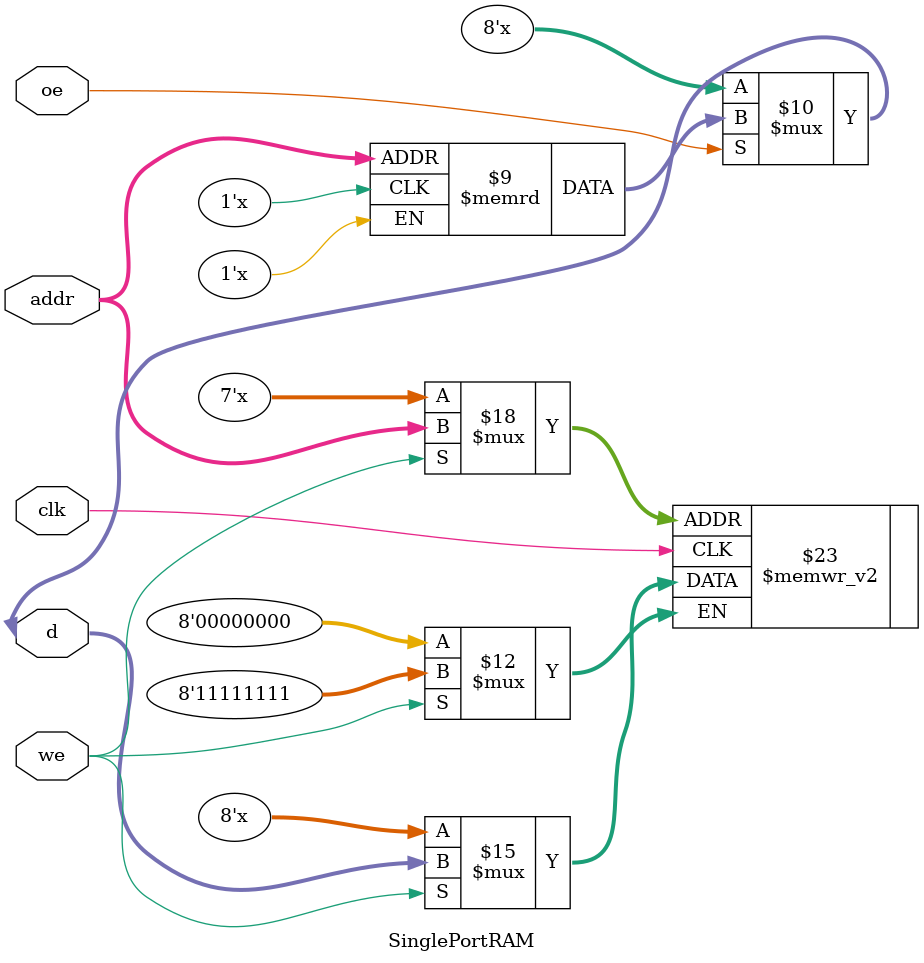
<source format=v>
`timescale 1ns / 1ps


module SinglePortRAM (
    inout wire [7:0] d, // Data In and Out
    input wire [6:0] addr , // Address
    input wire oe , // Output Enable
    input wire clk , we) ;
    //parameter RAM WIDTH = [6:0] addr;
    //parameter RAM ADDR BITS = 5'b0;
    //reg [RAMWIDTH-1:0] <ram name> [(2??RAMADDRBITS)- 1:0]; reg [RAM WIDTH-1:0] <outputdata >;
    //<reg or wire> [RAMADDRBITS-1:0] <address>;<reg or wire> [RAMWIDTH-1:0] <input data >; always @(posedge <clock>)if (<ram enable>) beginif (<write enable>) begin<ram name>[<address >] <= <input data >; <output data> <= <input data >;end else<output data> <= <ram name>[<address >]; end
    reg [7:0] mem [127:0];
    always @(posedge clk)
        if(we)
            mem[addr] <= d;
    assign d = oe ? mem[addr] : 8'bZ;
    endmodule

</source>
